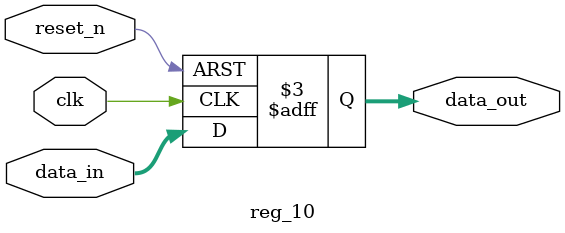
<source format=v>
/********************************°æÈ¨ÉùÃ÷**************************************
**                              ´óÎ÷¹ÏÍÅ¶Ó
**                            
**----------------------------ÎÄ¼þÐÅÏ¢--------------------------
** ÎÄ¼þÃû³Æ£º reg_10.v
** ¹¦ÄÜÃèÊö£º10Î»¼Ä´æÆ÷
**---------------------------ÐÞ¸ÄÎÄ¼þµÄÏà¹ØÐÅÏ¢----------------
** ÐÞ¸ÄÈË£º
** ÐÞ¸ÄÈÕÆÚ£º		
** ÐÞ¸ÄÄÚÈÝ£º
*******************************************************************************/
module reg_10(clk,reset_n,data_in,data_out);
input clk;
input reset_n;
input [9:0] data_in;
output [9:0] data_out;

wire clk;
wire reset_n;
wire [9:0] data_in;
reg [9:0] data_out;

always @(posedge clk or negedge reset_n)
 begin
  if(!reset_n)
   data_out<=10'd0;
  else
   data_out<=data_in;
  end 
endmodule
</source>
